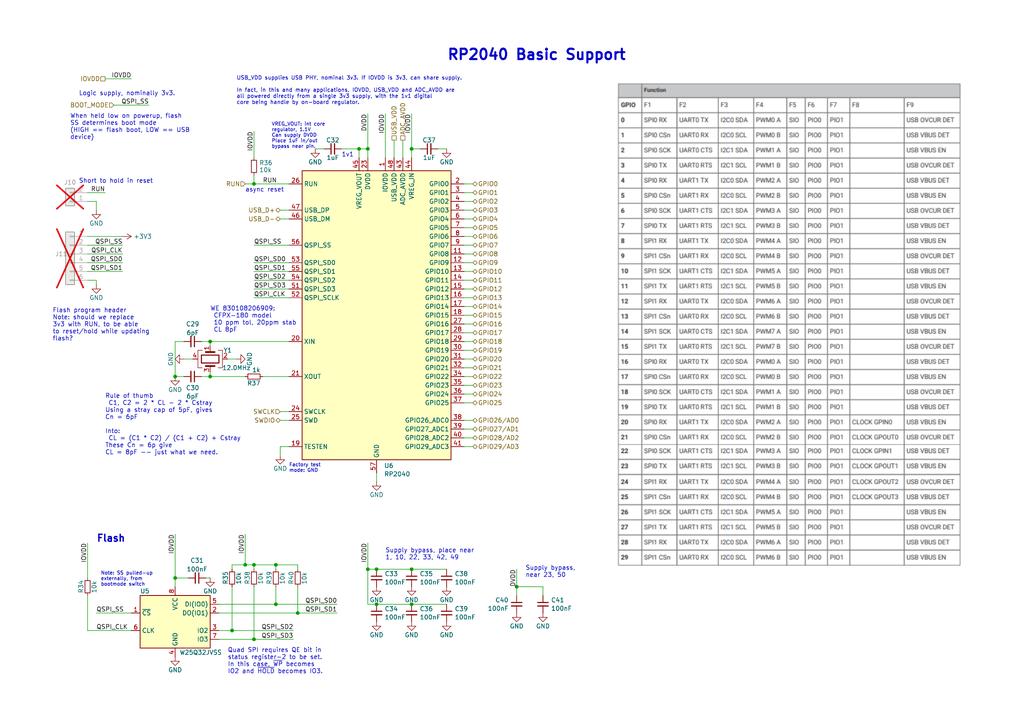
<source format=kicad_sch>
(kicad_sch (version 20250114) (generator "eeschema") (generator_version "9.0")
  (paper "A4")
  (title_block (title "RP2040 Basic Support") (date "2023-11-22") (rev "1.0.3") (company "Psychogenic Technologies") (comment 1 "See LICENSE.txt for details") (comment 2 "Licensed under Apache 2.0") (comment 3 "(C) 2023 Pat Deegan"))
  (lib_symbols
    (symbol "TinyTapeout:+3V3" (power) (pin_names (offset 0))
      (property "Value" "+3V3" (at 0 3.556 0))
      (symbol "+3V3_0_1"
        (polyline (pts (xy -0.762 1.27) (xy 0 2.54)))
        (polyline (pts (xy 0 2.54) (xy 0.762 1.27)))
        (polyline (pts (xy 0 0) (xy 0 2.54)))
      )
      (symbol "+3V3_1_1"
        (pin power_in line (at 0 0 90) (length 0) (hide yes) (name "+3V3") (number "1"))
      )
    )
    (symbol "TinyTapeout:C_Small" (pin_numbers (hide yes)) (pin_names (offset 0.254) (hide yes))
      (property "Reference" "C" (at 0.254 1.778 0))
      (property "Value" "C_Small" (at 0.254 -2.032 0))
      (symbol "C_Small_0_1"
        (polyline (pts (xy -1.524 0.508) (xy 1.524 0.508)) (stroke (width 0.3048)))
        (polyline (pts (xy -1.524 -0.508) (xy 1.524 -0.508)) (stroke (width 0.3302)))
      )
      (symbol "C_Small_1_1"
        (pin passive line (at 0 2.54 270) (length 2.032) (name "~") (number "1"))
        (pin passive line (at 0 -2.54 90) (length 2.032) (name "~") (number "2"))
      )
    )
    (symbol "TinyTapeout:Conn_01x02" (pin_names (offset 1.016) (hide yes))
      (property "Reference" "J" (at 0 2.54 0))
      (property "Value" "Conn_01x02" (at 0 -5.08 0))
      (symbol "Conn_01x02_1_1"
        (rectangle (start -1.27 1.27) (end 1.27 -3.81) (stroke (width 0.254)) (fill (type background)))
        (rectangle (start -1.27 0.127) (end 0 -0.127) (stroke (width 0.1524)))
        (rectangle (start -1.27 -2.413) (end 0 -2.667) (stroke (width 0.1524)))
        (pin passive line (at -5.08 0 0) (length 3.81) (name "Pin_1") (number "1"))
        (pin passive line (at -5.08 -2.54 0) (length 3.81) (name "Pin_2") (number "2"))
      )
    )
    (symbol "TinyTapeout:Conn_01x06" (pin_names (offset 1.016) (hide yes))
      (property "Reference" "J" (at 0 7.62 0))
      (property "Value" "Conn_01x06" (at 0 -10.16 0))
      (symbol "Conn_01x06_1_1"
        (rectangle (start -1.27 6.35) (end 1.27 -8.89) (stroke (width 0.254)) (fill (type background)))
        (rectangle (start -1.27 5.207) (end 0 4.953) (stroke (width 0.1524)))
        (rectangle (start -1.27 2.667) (end 0 2.413) (stroke (width 0.1524)))
        (rectangle (start -1.27 0.127) (end 0 -0.127) (stroke (width 0.1524)))
        (rectangle (start -1.27 -2.413) (end 0 -2.667) (stroke (width 0.1524)))
        (rectangle (start -1.27 -4.953) (end 0 -5.207) (stroke (width 0.1524)))
        (rectangle (start -1.27 -7.493) (end 0 -7.747) (stroke (width 0.1524)))
        (pin passive line (at -5.08 5.08 0) (length 3.81) (name "Pin_1") (number "1"))
        (pin passive line (at -5.08 2.54 0) (length 3.81) (name "Pin_2") (number "2"))
        (pin passive line (at -5.08 0 0) (length 3.81) (name "Pin_3") (number "3"))
        (pin passive line (at -5.08 -2.54 0) (length 3.81) (name "Pin_4") (number "4"))
        (pin passive line (at -5.08 -5.08 0) (length 3.81) (name "Pin_5") (number "5"))
        (pin passive line (at -5.08 -7.62 0) (length 3.81) (name "Pin_6") (number "6"))
      )
    )
    (symbol "TinyTapeout:Crystal_GND24" (pin_names (offset 1.016) (hide yes))
      (property "Reference" "Y" (at 3.175 5.08 0))
      (property "Value" "Crystal_GND24" (at 3.175 3.175 0))
      (symbol "Crystal_GND24_0_1"
        (polyline (pts (xy -2.54 2.286) (xy -2.54 3.556) (xy 2.54 3.556) (xy 2.54 2.286)))
        (polyline (pts (xy -2.54 0) (xy -2.032 0)))
        (polyline (pts (xy -2.54 -2.286) (xy -2.54 -3.556) (xy 2.54 -3.556) (xy 2.54 -2.286)))
        (polyline (pts (xy -2.032 -1.27) (xy -2.032 1.27)) (stroke (width 0.508)))
        (rectangle (start -1.143 2.54) (end 1.143 -2.54) (stroke (width 0.3048)))
        (polyline (pts (xy 0 3.556) (xy 0 3.81)))
        (polyline (pts (xy 0 -3.81) (xy 0 -3.556)))
        (polyline (pts (xy 2.032 0) (xy 2.54 0)))
        (polyline (pts (xy 2.032 -1.27) (xy 2.032 1.27)) (stroke (width 0.508)))
      )
      (symbol "Crystal_GND24_1_1"
        (pin passive line (at -3.81 0 0) (length 1.27) (name "1") (number "1"))
        (pin passive line (at 0 5.08 270) (length 1.27) (name "2") (number "2"))
        (pin passive line (at 0 -5.08 90) (length 1.27) (name "4") (number "4"))
        (pin passive line (at 3.81 0 180) (length 1.27) (name "3") (number "3"))
      )
    )
    (symbol "TinyTapeout:GND" (power) (pin_names (offset 0))
      (property "Value" "GND" (at 0 -3.81 0))
      (symbol "GND_0_1"
        (polyline (pts (xy 0 0) (xy 0 -1.27) (xy 1.27 -1.27) (xy 0 -2.54) (xy -1.27 -1.27) (xy 0 -1.27)))
      )
      (symbol "GND_1_1"
        (pin power_in line (at 0 0 270) (length 0) (hide yes) (name "GND") (number "1"))
      )
    )
    (symbol "TinyTapeout:RP2040"
      (property "Reference" "U" (at 17.78 45.72 0))
      (property "Value" "RP2040" (at 17.78 43.18 0))
      (symbol "RP2040_0_1"
        (rectangle (start -21.59 41.91) (end 21.59 -41.91) (stroke (width 0.254)) (fill (type background)))
      )
      (symbol "RP2040_1_1"
        (pin input line (at -25.4 38.1 0) (length 3.81) (name "RUN") (number "26"))
        (pin bidirectional line (at -25.4 30.48 0) (length 3.81) (name "USB_DP") (number "47"))
        (pin bidirectional line (at -25.4 27.94 0) (length 3.81) (name "USB_DM") (number "46"))
        (pin bidirectional line (at -25.4 20.32 0) (length 3.81) (name "QSPI_SS") (number "56"))
        (pin bidirectional line (at -25.4 15.24 0) (length 3.81) (name "QSPI_SD0") (number "53"))
        (pin bidirectional line (at -25.4 12.7 0) (length 3.81) (name "QSPI_SD1") (number "55"))
        (pin bidirectional line (at -25.4 10.16 0) (length 3.81) (name "QSPI_SD2") (number "54"))
        (pin bidirectional line (at -25.4 7.62 0) (length 3.81) (name "QSPI_SD3") (number "51"))
        (pin output line (at -25.4 5.08 0) (length 3.81) (name "QSPI_SCLK") (number "52"))
        (pin input line (at -25.4 -7.62 0) (length 3.81) (name "XIN") (number "20"))
        (pin passive line (at -25.4 -17.78 0) (length 3.81) (name "XOUT") (number "21"))
        (pin input line (at -25.4 -27.94 0) (length 3.81) (name "SWCLK") (number "24"))
        (pin bidirectional line (at -25.4 -30.48 0) (length 3.81) (name "SWD") (number "25"))
        (pin input line (at -25.4 -38.1 0) (length 3.81) (name "TESTEN") (number "19"))
        (pin power_out line (at -5.08 45.72 270) (length 3.81) (name "VREG_VOUT") (number "45"))
        (pin power_in line (at -2.54 45.72 270) (length 3.81) (name "DVDD") (number "23"))
        (pin passive line (at -2.54 45.72 270) (length 3.81) (hide yes) (name "DVDD") (number "50"))
        (pin power_in line (at 0 -45.72 90) (length 3.81) (name "GND") (number "57"))
        (pin power_in line (at 2.54 45.72 270) (length 3.81) (name "IOVDD") (number "1"))
        (pin passive line (at 2.54 45.72 270) (length 3.81) (hide yes) (name "IOVDD") (number "10"))
        (pin passive line (at 2.54 45.72 270) (length 3.81) (hide yes) (name "IOVDD") (number "22"))
        (pin passive line (at 2.54 45.72 270) (length 3.81) (hide yes) (name "IOVDD") (number "33"))
        (pin passive line (at 2.54 45.72 270) (length 3.81) (hide yes) (name "IOVDD") (number "42"))
        (pin passive line (at 2.54 45.72 270) (length 3.81) (hide yes) (name "IOVDD") (number "49"))
        (pin power_in line (at 5.08 45.72 270) (length 3.81) (name "USB_VDD") (number "48"))
        (pin power_in line (at 7.62 45.72 270) (length 3.81) (name "ADC_AVDD") (number "43"))
        (pin power_in line (at 10.16 45.72 270) (length 3.81) (name "VREG_IN") (number "44"))
        (pin bidirectional line (at 25.4 38.1 180) (length 3.81) (name "GPIO0") (number "2"))
        (pin bidirectional line (at 25.4 35.56 180) (length 3.81) (name "GPIO1") (number "3"))
        (pin bidirectional line (at 25.4 33.02 180) (length 3.81) (name "GPIO2") (number "4"))
        (pin bidirectional line (at 25.4 30.48 180) (length 3.81) (name "GPIO3") (number "5"))
        (pin bidirectional line (at 25.4 27.94 180) (length 3.81) (name "GPIO4") (number "6"))
        (pin bidirectional line (at 25.4 25.4 180) (length 3.81) (name "GPIO5") (number "7"))
        (pin bidirectional line (at 25.4 22.86 180) (length 3.81) (name "GPIO6") (number "8"))
        (pin bidirectional line (at 25.4 20.32 180) (length 3.81) (name "GPIO7") (number "9"))
        (pin bidirectional line (at 25.4 17.78 180) (length 3.81) (name "GPIO8") (number "11"))
        (pin bidirectional line (at 25.4 15.24 180) (length 3.81) (name "GPIO9") (number "12"))
        (pin bidirectional line (at 25.4 12.7 180) (length 3.81) (name "GPIO10") (number "13"))
        (pin bidirectional line (at 25.4 10.16 180) (length 3.81) (name "GPIO11") (number "14"))
        (pin bidirectional line (at 25.4 7.62 180) (length 3.81) (name "GPIO12") (number "15"))
        (pin bidirectional line (at 25.4 5.08 180) (length 3.81) (name "GPIO13") (number "16"))
        (pin bidirectional line (at 25.4 2.54 180) (length 3.81) (name "GPIO14") (number "17"))
        (pin bidirectional line (at 25.4 0 180) (length 3.81) (name "GPIO15") (number "18"))
        (pin bidirectional line (at 25.4 -2.54 180) (length 3.81) (name "GPIO16") (number "27"))
        (pin bidirectional line (at 25.4 -5.08 180) (length 3.81) (name "GPIO17") (number "28"))
        (pin bidirectional line (at 25.4 -7.62 180) (length 3.81) (name "GPIO18") (number "29"))
        (pin bidirectional line (at 25.4 -10.16 180) (length 3.81) (name "GPIO19") (number "30"))
        (pin bidirectional line (at 25.4 -12.7 180) (length 3.81) (name "GPIO20") (number "31"))
        (pin bidirectional line (at 25.4 -15.24 180) (length 3.81) (name "GPIO21") (number "32"))
        (pin bidirectional line (at 25.4 -17.78 180) (length 3.81) (name "GPIO22") (number "34"))
        (pin bidirectional line (at 25.4 -20.32 180) (length 3.81) (name "GPIO23") (number "35"))
        (pin bidirectional line (at 25.4 -22.86 180) (length 3.81) (name "GPIO24") (number "36"))
        (pin bidirectional line (at 25.4 -25.4 180) (length 3.81) (name "GPIO25") (number "37"))
        (pin bidirectional line (at 25.4 -30.48 180) (length 3.81) (name "GPIO26_ADC0") (number "38"))
        (pin bidirectional line (at 25.4 -33.02 180) (length 3.81) (name "GPIO27_ADC1") (number "39"))
        (pin bidirectional line (at 25.4 -35.56 180) (length 3.81) (name "GPIO28_ADC2") (number "40"))
        (pin bidirectional line (at 25.4 -38.1 180) (length 3.81) (name "GPIO29_ADC3") (number "41"))
      )
    )
    (symbol "TinyTapeout:R_Small" (pin_numbers (hide yes)) (pin_names (offset 0.254) (hide yes))
      (property "Reference" "R" (at 0.762 0.508 0))
      (property "Value" "R_Small" (at 0.762 -1.016 0))
      (symbol "R_Small_0_1"
        (rectangle (start -0.762 1.778) (end 0.762 -1.778) (stroke (width 0.2032)))
      )
      (symbol "R_Small_1_1"
        (pin passive line (at 0 2.54 270) (length 0.762) (name "~") (number "1"))
        (pin passive line (at 0 -2.54 90) (length 0.762) (name "~") (number "2"))
      )
    )
    (symbol "TinyTapeout:W25Q32JVSS"
      (property "Reference" "U" (at -8.89 8.89 0))
      (property "Value" "W25Q32JVSS" (at 7.62 8.89 0))
      (symbol "W25Q32JVSS_0_1"
        (rectangle (start -10.16 7.62) (end 10.16 -7.62) (stroke (width 0.254)) (fill (type background)))
      )
      (symbol "W25Q32JVSS_1_1"
        (pin input line (at -12.7 2.54 0) (length 2.54) (name "~{CS}") (number "1"))
        (pin input line (at -12.7 -2.54 0) (length 2.54) (name "CLK") (number "6"))
        (pin power_in line (at 0 10.16 270) (length 2.54) (name "VCC") (number "8"))
        (pin power_in line (at 0 -10.16 90) (length 2.54) (name "GND") (number "4"))
        (pin bidirectional line (at 12.7 5.08 180) (length 2.54) (name "DI(IO0)") (number "5"))
        (pin bidirectional line (at 12.7 2.54 180) (length 2.54) (name "DO(IO1)") (number "2"))
        (pin bidirectional line (at 12.7 -2.54 180) (length 2.54) (name "IO2") (number "3"))
        (pin bidirectional line (at 12.7 -5.08 180) (length 2.54) (name "IO3") (number "7"))
      )
    )
  )
  (text "async reset" (at 71.12 55.88 0) (effects (font (size 1.27 1.27)) (justify left bottom)))
  (text "RP2040 Basic Support" (at 129.54 17.78 0) (effects (font (size 3 3) (thickness 0.6) (bold yes)) (justify left bottom)))
  (text "Flash" (at 27.94 157.48 0) (effects (font (size 2 2) (thickness 0.4) (bold yes)) (justify left bottom)))
  (text "Short to hold in reset" (at 22.86 53.34 0) (effects (font (size 1.27 1.27)) (justify left bottom)))
  (text "VREG_VOUT: int core\nregulator, 1.1V\nCan supply DVDD\nPlace 1uF in/out \nbypass near pin." (at 78.74 43.18 0) (effects (font (size 1 1)) (justify left bottom)))
  (text "When held low on powerup, flash\nSS determines boot mode \n(HIGH == flash boot, LOW == USB \ndevice)" (at 20.32 40.64 0) (effects (font (size 1.27 1.27)) (justify left bottom)))
  (text "WE 830108206909:\n CFPX-180 model\n 10 ppm tol, 20ppm stab\n CL 8pF" (at 60.96 96.52 0) (effects (font (size 1.27 1.27)) (justify left bottom)))
  (text "1v1" (at 99.06 45.72 0) (effects (font (size 1.27 1.27)) (justify left bottom)))
  (text "USB_VDD supplies USB PHY, nominal 3v3. If IOVDD is 3v3, can share supply.\n\nIn fact, in this and many applications, IOVDD, USB_VDD and ADC_AVDD are\nall powered directly from a single 3v3 supply, with the 1v1 digital \ncore being handle by on-board regulator." (at 68.58 30.48 0) (effects (font (size 1.1 1.1)) (justify left bottom)))
  (text "Flash program header\nNote: should we replace\n3v3 with RUN, to be able\nto reset/hold while updating\nflash?" (at 15.24 99.06 0) (effects (font (size 1.27 1.27)) (justify left bottom)))
  (text "Supply bypass, place near\n1, 10, 22, 33, 42, 49" (at 111.76 162.56 0) (effects (font (size 1.27 1.27)) (justify left bottom)))
  (text "Quad SPI requires QE bit in \nstatus register-2 to be set.\nIn this case, ~{WP} becomes \nIO2 and ~{HOLD} becomes IO3." (at 66.04 195.58 0) (effects (font (size 1.27 1.27)) (justify left bottom)))
  (text "Factory test\nmode: GND" (at 83.82 137.16 0) (effects (font (size 1 1)) (justify left bottom)))
  (text "Rule of thumb\n C1, C2 = 2 * CL - 2 * Cstray\nUsing a stray cap of 5pF, gives\nCn = 6pF\n\nInto:\n CL = (C1 * C2) / (C1 + C2) + Cstray\nThese Cn = 6p give\nCL = 8pF -- just what we need." (at 30.48 132.08 0) (effects (font (size 1.27 1.27)) (justify left bottom)))
  (text "Logic supply, nominally 3v3." (at 22.86 27.94 0) (effects (font (size 1.27 1.27)) (justify left bottom)))
  (text "Supply bypass,\nnear 23, 50" (at 152.4 167.64 0) (effects (font (size 1.27 1.27)) (justify left bottom)))
  (text "Note: SS pulled-up\nexternally, from \nbootmode switch" (at 29.21 170.18 0) (effects (font (size 1 1)) (justify left bottom)))
  (junction (at 73.66 185.42))
  (junction (at 106.68 43.18))
  (junction (at 67.31 182.88))
  (junction (at 149.86 170.18))
  (junction (at 80.01 175.26))
  (junction (at 119.38 175.26))
  (junction (at 119.38 43.18))
  (junction (at 119.38 165.1))
  (junction (at 60.96 109.22))
  (junction (at 104.14 43.18))
  (junction (at 60.96 99.06))
  (junction (at 50.8 167.64))
  (junction (at 106.68 165.1))
  (junction (at 73.66 53.34))
  (junction (at 80.01 163.83))
  (junction (at 73.66 163.83))
  (junction (at 109.22 165.1))
  (junction (at 109.22 175.26))
  (junction (at 86.36 177.8))
  (junction (at 71.12 163.83))
  (junction (at 50.8 109.22))
  (wire (pts (xy 81.28 119.38) (xy 83.82 119.38)))
  (wire (pts (xy 73.66 86.36) (xy 83.82 86.36)))
  (wire (pts (xy 33.02 30.48) (xy 43.18 30.48)))
  (wire (pts (xy 58.42 109.22) (xy 60.96 109.22)))
  (wire (pts (xy 111.76 33.02) (xy 111.76 45.72)))
  (wire (pts (xy 30.48 22.86) (xy 38.1 22.86)))
  (wire (pts (xy 137.16 116.84) (xy 134.62 116.84)))
  (wire (pts (xy 60.96 99.06) (xy 83.82 99.06)))
  (wire (pts (xy 50.8 167.64) (xy 50.8 170.18)))
  (wire (pts (xy 73.66 78.74) (xy 83.82 78.74)))
  (wire (pts (xy 25.4 73.66) (xy 35.56 73.66)))
  (wire (pts (xy 25.4 55.88) (xy 30.48 55.88)))
  (wire (pts (xy 83.82 109.22) (xy 76.2 109.22)))
  (wire (pts (xy 149.86 170.18) (xy 149.86 172.72)))
  (wire (pts (xy 137.16 96.52) (xy 134.62 96.52)))
  (wire (pts (xy 137.16 81.28) (xy 134.62 81.28)))
  (wire (pts (xy 137.16 99.06) (xy 134.62 99.06)))
  (wire (pts (xy 53.34 104.14) (xy 55.88 104.14)))
  (wire (pts (xy 104.14 43.18) (xy 106.68 43.18)))
  (wire (pts (xy 60.96 100.33) (xy 60.96 99.06)))
  (wire (pts (xy 50.8 99.06) (xy 50.8 109.22)))
  (wire (pts (xy 25.4 68.58) (xy 35.56 68.58)))
  (wire (pts (xy 119.38 43.18) (xy 121.92 43.18)))
  (wire (pts (xy 73.66 81.28) (xy 83.82 81.28)))
  (wire (pts (xy 137.16 104.14) (xy 134.62 104.14)))
  (wire (pts (xy 83.82 129.54) (xy 81.28 129.54)))
  (wire (pts (xy 80.01 170.18) (xy 80.01 175.26)))
  (wire (pts (xy 25.4 172.72) (xy 25.4 182.88)))
  (wire (pts (xy 25.4 78.74) (xy 35.56 78.74)))
  (wire (pts (xy 25.4 71.12) (xy 35.56 71.12)))
  (wire (pts (xy 53.34 99.06) (xy 50.8 99.06)))
  (wire (pts (xy 106.68 157.48) (xy 106.68 165.1)))
  (wire (pts (xy 80.01 163.83) (xy 86.36 163.83)))
  (wire (pts (xy 137.16 127) (xy 134.62 127)))
  (wire (pts (xy 137.16 63.5) (xy 134.62 63.5)))
  (wire (pts (xy 59.69 167.64) (xy 60.96 167.64)))
  (wire (pts (xy 119.38 175.26) (xy 129.54 175.26)))
  (wire (pts (xy 86.36 163.83) (xy 86.36 165.1)))
  (wire (pts (xy 137.16 129.54) (xy 134.62 129.54)))
  (wire (pts (xy 73.66 71.12) (xy 83.82 71.12)))
  (wire (pts (xy 25.4 81.28) (xy 27.94 81.28)))
  (wire (pts (xy 63.5 182.88) (xy 67.31 182.88)))
  (wire (pts (xy 73.66 163.83) (xy 73.66 165.1)))
  (wire (pts (xy 27.94 82.55) (xy 27.94 81.28)))
  (wire (pts (xy 137.16 66.04) (xy 134.62 66.04)))
  (wire (pts (xy 137.16 91.44) (xy 134.62 91.44)))
  (wire (pts (xy 149.86 170.18) (xy 157.48 170.18)))
  (wire (pts (xy 137.16 73.66) (xy 134.62 73.66)))
  (wire (pts (xy 137.16 93.98) (xy 134.62 93.98)))
  (wire (pts (xy 116.84 40.64) (xy 116.84 45.72)))
  (wire (pts (xy 80.01 163.83) (xy 80.01 165.1)))
  (wire (pts (xy 106.68 175.26) (xy 109.22 175.26)))
  (wire (pts (xy 104.14 43.18) (xy 99.06 43.18)))
  (wire (pts (xy 80.01 175.26) (xy 97.79 175.26)))
  (wire (pts (xy 73.66 76.2) (xy 83.82 76.2)))
  (wire (pts (xy 63.5 185.42) (xy 73.66 185.42)))
  (wire (pts (xy 67.31 182.88) (xy 67.31 170.18)))
  (wire (pts (xy 71.12 53.34) (xy 73.66 53.34)))
  (wire (pts (xy 73.66 163.83) (xy 80.01 163.83)))
  (wire (pts (xy 137.16 109.22) (xy 134.62 109.22)))
  (wire (pts (xy 81.28 63.5) (xy 83.82 63.5)))
  (wire (pts (xy 25.4 182.88) (xy 38.1 182.88)))
  (wire (pts (xy 119.38 33.02) (xy 119.38 43.18)))
  (wire (pts (xy 73.66 50.8) (xy 73.66 53.34)))
  (wire (pts (xy 25.4 58.42) (xy 27.94 58.42)))
  (wire (pts (xy 81.28 121.92) (xy 83.82 121.92)))
  (wire (pts (xy 71.12 154.94) (xy 71.12 163.83)))
  (wire (pts (xy 25.4 76.2) (xy 35.56 76.2)))
  (wire (pts (xy 137.16 71.12) (xy 134.62 71.12)))
  (wire (pts (xy 137.16 55.88) (xy 134.62 55.88)))
  (wire (pts (xy 137.16 83.82) (xy 134.62 83.82)))
  (wire (pts (xy 104.14 45.72) (xy 104.14 43.18)))
  (wire (pts (xy 137.16 60.96) (xy 134.62 60.96)))
  (wire (pts (xy 27.94 177.8) (xy 38.1 177.8)))
  (wire (pts (xy 106.68 43.18) (xy 106.68 45.72)))
  (wire (pts (xy 106.68 33.02) (xy 106.68 43.18)))
  (wire (pts (xy 86.36 177.8) (xy 97.79 177.8)))
  (wire (pts (xy 73.66 83.82) (xy 83.82 83.82)))
  (wire (pts (xy 109.22 175.26) (xy 119.38 175.26)))
  (wire (pts (xy 86.36 170.18) (xy 86.36 177.8)))
  (wire (pts (xy 137.16 124.46) (xy 134.62 124.46)))
  (wire (pts (xy 58.42 99.06) (xy 60.96 99.06)))
  (wire (pts (xy 73.66 38.1) (xy 73.66 45.72)))
  (wire (pts (xy 27.94 58.42) (xy 27.94 60.96)))
  (wire (pts (xy 137.16 78.74) (xy 134.62 78.74)))
  (wire (pts (xy 50.8 167.64) (xy 54.61 167.64)))
  (wire (pts (xy 67.31 165.1) (xy 67.31 163.83)))
  (wire (pts (xy 137.16 53.34) (xy 134.62 53.34)))
  (wire (pts (xy 50.8 109.22) (xy 53.34 109.22)))
  (wire (pts (xy 73.66 53.34) (xy 83.82 53.34)))
  (wire (pts (xy 109.22 165.1) (xy 119.38 165.1)))
  (wire (pts (xy 67.31 163.83) (xy 71.12 163.83)))
  (wire (pts (xy 157.48 170.18) (xy 157.48 172.72)))
  (wire (pts (xy 137.16 88.9) (xy 134.62 88.9)))
  (wire (pts (xy 71.12 163.83) (xy 73.66 163.83)))
  (wire (pts (xy 63.5 175.26) (xy 80.01 175.26)))
  (wire (pts (xy 137.16 121.92) (xy 134.62 121.92)))
  (wire (pts (xy 137.16 111.76) (xy 134.62 111.76)))
  (wire (pts (xy 81.28 129.54) (xy 81.28 132.08)))
  (wire (pts (xy 73.66 185.42) (xy 85.09 185.42)))
  (wire (pts (xy 119.38 43.18) (xy 119.38 45.72)))
  (wire (pts (xy 137.16 68.58) (xy 134.62 68.58)))
  (wire (pts (xy 114.3 40.64) (xy 114.3 45.72)))
  (wire (pts (xy 119.38 165.1) (xy 129.54 165.1)))
  (wire (pts (xy 63.5 177.8) (xy 86.36 177.8)))
  (wire (pts (xy 25.4 157.48) (xy 25.4 167.64)))
  (wire (pts (xy 67.31 182.88) (xy 85.09 182.88)))
  (wire (pts (xy 91.44 43.18) (xy 93.98 43.18)))
  (wire (pts (xy 127 43.18) (xy 129.54 43.18)))
  (wire (pts (xy 137.16 58.42) (xy 134.62 58.42)))
  (wire (pts (xy 106.68 165.1) (xy 106.68 175.26)))
  (wire (pts (xy 50.8 154.94) (xy 50.8 167.64)))
  (wire (pts (xy 71.12 109.22) (xy 60.96 109.22)))
  (wire (pts (xy 106.68 165.1) (xy 109.22 165.1)))
  (wire (pts (xy 109.22 137.16) (xy 109.22 139.7)))
  (wire (pts (xy 149.86 165.1) (xy 149.86 170.18)))
  (wire (pts (xy 137.16 86.36) (xy 134.62 86.36)))
  (wire (pts (xy 137.16 76.2) (xy 134.62 76.2)))
  (wire (pts (xy 137.16 114.3) (xy 134.62 114.3)))
  (wire (pts (xy 137.16 106.68) (xy 134.62 106.68)))
  (wire (pts (xy 73.66 170.18) (xy 73.66 185.42)))
  (wire (pts (xy 66.04 104.14) (xy 68.58 104.14)))
  (wire (pts (xy 81.28 60.96) (xy 83.82 60.96)))
  (wire (pts (xy 60.96 109.22) (xy 60.96 107.95)))
  (wire (pts (xy 137.16 101.6) (xy 134.62 101.6)))
  (image (at 228.6 93.98) (scale 0.556668))
  (label "QSPI_SS" (at 35.56 71.12 180))
  (label "QSPI_SD2" (at 85.09 182.88 180))
  (label "QSPI_SD1" (at 97.79 177.8 180))
  (label "RUN" (at 30.48 55.88 180))
  (label "RUN" (at 76.2 53.34 0))
  (label "DVDD" (at 106.68 33.02 270))
  (label "DVDD" (at 149.86 165.1 270))
  (label "IOVDD" (at 73.66 38.1 270))
  (label "QSPI_CLK" (at 27.94 182.88 0))
  (label "IOVDD" (at 119.38 33.02 270))
  (label "QSPI_SD1" (at 73.66 78.74 0))
  (label "QSPI_SD0" (at 73.66 76.2 0))
  (label "IOVDD" (at 38.1 22.86 180))
  (label "QSPI_SD0" (at 97.79 175.26 180))
  (label "QSPI_SD3" (at 73.66 83.82 0))
  (label "QSPI_SD2" (at 73.66 81.28 0))
  (label "IOVDD" (at 106.68 157.48 270))
  (label "QSPI_SS" (at 43.18 30.48 180))
  (label "QSPI_SD1" (at 35.56 78.74 180))
  (label "QSPI_CLK" (at 73.66 86.36 0))
  (label "QSPI_SD0" (at 35.56 76.2 180))
  (label "IOVDD" (at 71.12 154.94 270))
  (label "QSPI_SS" (at 27.94 177.8 0))
  (label "QSPI_SS" (at 73.66 71.12 0))
  (label "IOVDD" (at 111.76 33.02 270))
  (label "IOVDD" (at 25.4 157.48 270))
  (label "QSPI_CLK" (at 35.56 73.66 180))
  (label "IOVDD" (at 50.8 154.94 270))
  (label "QSPI_SD3" (at 85.09 185.42 180))
  (hierarchical_label "GPIO26{slash}AD0" (shape bidirectional) (at 137.16 121.92 0))
  (hierarchical_label "GPIO0" (shape bidirectional) (at 137.16 53.34 0))
  (hierarchical_label "GPIO4" (shape bidirectional) (at 137.16 63.5 0))
  (hierarchical_label "GPIO25" (shape bidirectional) (at 137.16 116.84 0))
  (hierarchical_label "BOOT_MODE" (shape input) (at 33.02 30.48 180))
  (hierarchical_label "GPIO15" (shape bidirectional) (at 137.16 91.44 0))
  (hierarchical_label "ADC_AVDD" (shape passive) (at 116.84 40.64 90))
  (hierarchical_label "GPIO10" (shape bidirectional) (at 137.16 78.74 0))
  (hierarchical_label "GPIO13" (shape bidirectional) (at 137.16 86.36 0))
  (hierarchical_label "GPIO14" (shape bidirectional) (at 137.16 88.9 0))
  (hierarchical_label "GPIO18" (shape bidirectional) (at 137.16 99.06 0))
  (hierarchical_label "GPIO24" (shape bidirectional) (at 137.16 114.3 0))
  (hierarchical_label "SWDIO" (shape bidirectional) (at 81.28 121.92 180))
  (hierarchical_label "USB_D+" (shape bidirectional) (at 81.28 60.96 180))
  (hierarchical_label "GPIO16" (shape bidirectional) (at 137.16 93.98 0))
  (hierarchical_label "SWCLK" (shape input) (at 81.28 119.38 180))
  (hierarchical_label "GPIO27{slash}AD1" (shape bidirectional) (at 137.16 124.46 0))
  (hierarchical_label "GPIO5" (shape bidirectional) (at 137.16 66.04 0))
  (hierarchical_label "GPIO28{slash}AD2" (shape bidirectional) (at 137.16 127 0))
  (hierarchical_label "USB_D-" (shape bidirectional) (at 81.28 63.5 180))
  (hierarchical_label "USB_VDD" (shape passive) (at 114.3 40.64 90))
  (hierarchical_label "GPIO6" (shape bidirectional) (at 137.16 68.58 0))
  (hierarchical_label "GPIO22" (shape bidirectional) (at 137.16 109.22 0))
  (hierarchical_label "GPIO2" (shape bidirectional) (at 137.16 58.42 0))
  (hierarchical_label "GPIO21" (shape bidirectional) (at 137.16 106.68 0))
  (hierarchical_label "GPIO29{slash}AD3" (shape bidirectional) (at 137.16 129.54 0))
  (hierarchical_label "GPIO20" (shape bidirectional) (at 137.16 104.14 0))
  (hierarchical_label "GPIO19" (shape bidirectional) (at 137.16 101.6 0))
  (hierarchical_label "IOVDD" (shape passive) (at 30.48 22.86 180))
  (hierarchical_label "GPIO23" (shape bidirectional) (at 137.16 111.76 0))
  (hierarchical_label "GPIO8" (shape bidirectional) (at 137.16 73.66 0))
  (hierarchical_label "GPIO17" (shape bidirectional) (at 137.16 96.52 0))
  (hierarchical_label "RUN" (shape input) (at 71.12 53.34 180))
  (hierarchical_label "GPIO11" (shape bidirectional) (at 137.16 81.28 0))
  (hierarchical_label "GPIO9" (shape bidirectional) (at 137.16 76.2 0))
  (hierarchical_label "GPIO1" (shape bidirectional) (at 137.16 55.88 0))
  (hierarchical_label "GPIO7" (shape bidirectional) (at 137.16 71.12 0))
  (hierarchical_label "GPIO12" (shape bidirectional) (at 137.16 83.82 0))
  (hierarchical_label "GPIO3" (shape bidirectional) (at 137.16 60.96 0))
  (symbol (lib_id "TinyTapeout:GND") (at 149.86 177.8 0) (mirror y) (unit 1)
    (property "Reference" "#PWR0108" (effects (hide yes)))
    (property "Value" "GND" (at 149.86 181.61 0))
  )
  (symbol (lib_id "TinyTapeout:GND") (at 60.96 167.64 0) (mirror y) (unit 1)
    (property "Reference" "#PWR096" (effects (hide yes)))
    (property "Value" "GND" (at 60.96 171.45 0))
  )
  (symbol (lib_id "TinyTapeout:C_Small") (at 55.88 109.22 270) (unit 1)
    (property "Reference" "C30" (at 55.8736 112.5022 90))
    (property "Value" "6pF" (at 55.8736 114.9264 90))
    (property "Footprint" "Capacitor_SMD:C_0402_1005Metric" (effects (hide yes)))
    (property "MPN" "CC0402BRNPO9BN6R0" (effects (hide yes)))
    (property "Characteristics" "6pF 10% 50V XR 0402" (effects (hide yes)))
  )
  (symbol (lib_id "TinyTapeout:GND") (at 109.22 170.18 0) (mirror y) (unit 1)
    (property "Reference" "#PWR0101" (effects (hide yes)))
    (property "Value" "GND" (at 109.22 173.99 0))
  )
  (symbol (lib_id "TinyTapeout:R_Small") (at 80.01 167.64 0) (mirror y) (unit 1)
    (property "Reference" "R39" (at 78.105 169.545 90) (effects (justify left)))
    (property "Value" "10k" (at 81.915 169.545 90) (effects (justify left)))
    (property "Footprint" "Resistor_SMD:R_0402_1005Metric" (effects (hide yes)))
    (property "MPN" "RC0402FR-0710KL" (effects (hide yes)))
    (property "Characteristics" "10k 0402" (effects (hide yes)))
    (property "MPN_ALT" "WR04X1002FTL" (effects (hide yes)))
  )
  (symbol (lib_id "TinyTapeout:C_Small") (at 119.38 177.8 0) (unit 1)
    (property "Reference" "C36" (at 121.7041 176.5942 0) (effects (justify left)))
    (property "Value" "100nF" (at 121.7041 179.0184 0) (effects (justify left)))
    (property "Footprint" "Capacitor_SMD:C_0402_1005Metric" (effects (hide yes)))
    (property "MPN" "CL05A104KA5NNNC" (effects (hide yes)))
    (property "Characteristics" "100n 10% 25V XR 0402" (effects (hide yes)))
    (property "MPN_ALT" "GRM155R71E104KE14J" (effects (hide yes)))
  )
  (symbol (lib_id "TinyTapeout:RP2040") (at 109.22 91.44 0) (unit 1)
    (property "Reference" "U6" (at 111.4141 135.0701 0) (effects (justify left)))
    (property "Value" "RP2040" (at 111.4141 137.4943 0) (effects (justify left)))
    (property "Footprint" "Package_DFN_QFN:QFN-56-1EP_7x7mm_P0.4mm_EP3.2x3.2mm" (effects (hide yes)))
    (property "Datasheet" "https://datasheets.raspberrypi.com/rp2040/rp2040-datasheet.pdf" (effects (hide yes)))
    (property "DigikeyPN" "2648-SC0914(13)CT-ND" (effects (hide yes)))
    (property "MPN" "SC0914(13)" (effects (hide yes)))
  )
  (symbol (lib_id "TinyTapeout:C_Small") (at 119.38 167.64 0) (unit 1)
    (property "Reference" "C35" (at 121.7041 166.4342 0) (effects (justify left)))
    (property "Value" "100nF" (at 121.7041 168.8584 0) (effects (justify left)))
    (property "Footprint" "Capacitor_SMD:C_0402_1005Metric" (effects (hide yes)))
    (property "MPN" "CL05A104KA5NNNC" (effects (hide yes)))
    (property "Characteristics" "100n 10% 25V XR 0402" (effects (hide yes)))
    (property "MPN_ALT" "GRM155R71E104KE14J" (effects (hide yes)))
  )
  (symbol (lib_id "TinyTapeout:GND") (at 27.94 60.96 0) (mirror y) (unit 1)
    (property "Reference" "#PWR090" (effects (hide yes)))
    (property "Value" "GND" (at 27.94 64.77 0))
  )
  (symbol (lib_id "TinyTapeout:GND") (at 157.48 177.8 0) (mirror y) (unit 1)
    (property "Reference" "#PWR0109" (effects (hide yes)))
    (property "Value" "GND" (at 157.48 181.61 0))
  )
  (symbol (lib_id "TinyTapeout:C_Small") (at 129.54 177.8 0) (unit 1)
    (property "Reference" "C39" (at 131.8641 176.5942 0) (effects (justify left)))
    (property "Value" "100nF" (at 131.8641 179.0184 0) (effects (justify left)))
    (property "Footprint" "Capacitor_SMD:C_0402_1005Metric" (effects (hide yes)))
    (property "MPN" "CL05A104KA5NNNC" (effects (hide yes)))
    (property "Characteristics" "100n 10% 25V XR 0402" (effects (hide yes)))
    (property "MPN_ALT" "GRM155R71E104KE14J" (effects (hide yes)))
  )
  (symbol (lib_id "TinyTapeout:GND") (at 129.54 43.18 0) (mirror y) (unit 1)
    (property "Reference" "#PWR0105" (effects (hide yes)))
    (property "Value" "GND" (at 129.54 46.99 0))
  )
  (symbol (lib_id "TinyTapeout:C_Small") (at 157.48 175.26 0) (unit 1)
    (property "Reference" "C41" (at 159.8041 174.0542 0) (effects (justify left)))
    (property "Value" "100nF" (at 159.8041 176.4784 0) (effects (justify left)))
    (property "Footprint" "Capacitor_SMD:C_0402_1005Metric" (effects (hide yes)))
    (property "MPN" "CL05A104KA5NNNC" (effects (hide yes)))
    (property "Characteristics" "100n 10% 25V XR 0402" (effects (hide yes)))
    (property "MPN_ALT" "GRM155R71E104KE14J" (effects (hide yes)))
  )
  (symbol (lib_id "TinyTapeout:R_Small") (at 73.66 109.22 90) (mirror x) (unit 1)
    (property "Reference" "R37" (at 75.565 111.125 90) (effects (justify left)))
    (property "Value" "1k" (at 75.565 107.315 90) (effects (justify left)))
    (property "Footprint" "Resistor_SMD:R_0402_1005Metric" (effects (hide yes)))
    (property "MPN" "CR0402-FX-1001GLF" (effects (hide yes)))
    (property "MPN_ALT" "WR04X1001FTL" (effects (hide yes)))
    (property "Characteristics" "1k 0402" (effects (hide yes)))
  )
  (symbol (lib_id "TinyTapeout:R_Small") (at 25.4 170.18 0) (mirror y) (unit 1)
    (property "Reference" "R34" (at 23.495 172.085 90) (effects (justify left)))
    (property "Value" "10k" (at 27.305 172.085 90) (effects (justify left)))
    (property "Footprint" "Resistor_SMD:R_0402_1005Metric" (effects (hide yes)))
    (property "MPN" "RC0402FR-0710KL" (effects (hide yes)))
    (property "Characteristics" "10k 0402" (effects (hide yes)))
    (property "MPN_ALT" "WR04X1002FTL" (effects (hide yes)))
  )
  (symbol (lib_id "TinyTapeout:GND") (at 50.8 109.22 0) (mirror y) (unit 1)
    (property "Reference" "#PWR093" (effects (hide yes)))
    (property "Value" "GND" (at 50.8 113.03 0))
  )
  (symbol (lib_id "TinyTapeout:Conn_01x06") (at 20.32 73.66 0) (mirror y) (unit 1) (dnp yes)
    (property "Reference" "J11" (at 17.78 73.66 0))
    (property "Value" "Conn_01x06" (effects (hide yes)))
    (property "Footprint" "Connector_PinHeader_2.54mm:PinHeader_1x06_P2.54mm_Vertical_SMD_Pin1Right" (effects (hide yes)))
    (property "Datasheet" "https://www.we-online.com/components/products/datasheet/61300611121.pdf" (effects (hide yes)))
    (property "MPN" "61300611121" (effects (hide yes)))
  )
  (symbol (lib_id "TinyTapeout:GND") (at 119.38 180.34 0) (mirror y) (unit 1)
    (property "Reference" "#PWR0104" (effects (hide yes)))
    (property "Value" "GND" (at 119.38 184.15 0))
  )
  (symbol (lib_id "TinyTapeout:GND") (at 53.34 104.14 270) (mirror x) (unit 1)
    (property "Reference" "#PWR095" (effects (hide yes)))
    (property "Value" "GND" (at 49.53 104.14 0))
  )
  (symbol (lib_id "TinyTapeout:R_Small") (at 73.66 48.26 0) (mirror y) (unit 1)
    (property "Reference" "R36" (at 75.1586 47.236 0) (effects (justify right)))
    (property "Value" "10k" (at 75.1586 49.284 0) (effects (justify right)))
    (property "Footprint" "Resistor_SMD:R_0402_1005Metric" (effects (hide yes)))
    (property "MPN" "RC0402FR-0710KL" (effects (hide yes)))
    (property "Characteristics" "10k 0402" (effects (hide yes)))
    (property "MPN_ALT" "WR04X1002FTL" (effects (hide yes)))
  )
  (symbol (lib_id "TinyTapeout:C_Small") (at 129.54 167.64 0) (unit 1)
    (property "Reference" "C38" (at 131.8641 166.4342 0) (effects (justify left)))
    (property "Value" "100nF" (at 131.8641 168.8584 0) (effects (justify left)))
    (property "Footprint" "Capacitor_SMD:C_0402_1005Metric" (effects (hide yes)))
    (property "MPN" "CL05A104KA5NNNC" (effects (hide yes)))
    (property "Characteristics" "100n 10% 25V XR 0402" (effects (hide yes)))
    (property "MPN_ALT" "GRM155R71E104KE14J" (effects (hide yes)))
  )
  (symbol (lib_id "TinyTapeout:GND") (at 91.44 43.18 0) (mirror y) (unit 1)
    (property "Reference" "#PWR099" (effects (hide yes)))
    (property "Value" "GND" (at 91.44 46.99 0))
  )
  (symbol (lib_id "TinyTapeout:C_Small") (at 109.22 167.64 0) (unit 1)
    (property "Reference" "C33" (at 111.5441 166.4342 0) (effects (justify left)))
    (property "Value" "100nF" (at 111.5441 168.8584 0) (effects (justify left)))
    (property "Footprint" "Capacitor_SMD:C_0402_1005Metric" (effects (hide yes)))
    (property "MPN" "CL05A104KA5NNNC" (effects (hide yes)))
    (property "Characteristics" "100n 10% 25V XR 0402" (effects (hide yes)))
    (property "MPN_ALT" "GRM155R71E104KE14J" (effects (hide yes)))
  )
  (symbol (lib_id "TinyTapeout:Crystal_GND24") (at 60.96 104.14 270) (unit 1)
    (property "Reference" "Y1" (at 66.04 101.6 90))
    (property "Value" "12.0MHz" (at 68.58 106.68 90))
    (property "Footprint" "Crystal:Crystal_SMD_3225-4Pin_3.2x2.5mm" (effects (hide yes)))
    (property "Datasheet" "https://www.we-online.com/components/products/datasheet/830108206909.pdf" (effects (hide yes)))
    (property "Description" "12 MHz ±10ppm Crystal 8pF 120 Ohms 4-SMD, No Lead" (effects (hide yes)))
    (property "MPN" "830108206909" (effects (hide yes)))
    (property "DigikeyPN" "1923-830108206909DKR-ND" (effects (hide yes)))
  )
  (symbol (lib_id "TinyTapeout:C_Small") (at 96.52 43.18 90) (unit 1)
    (property "Reference" "C32" (at 96.52 40.64 90))
    (property "Value" "1uF" (at 96.52 45.72 90))
    (property "Footprint" "Capacitor_SMD:C_0603_1608Metric" (effects (hide yes)))
    (property "MPN" "CL10A105KA8NNNC" (effects (hide yes)))
    (property "MPN_ALT" "C0603C105K4RAC7411" (effects (hide yes)))
    (property "Characteristics" "1u 10V XR 0603" (effects (hide yes)))
  )
  (symbol (lib_id "TinyTapeout:C_Small") (at 55.88 99.06 270) (unit 1)
    (property "Reference" "C29" (at 55.88 93.98 90))
    (property "Value" "6pF" (at 55.88 96.52 90))
    (property "Footprint" "Capacitor_SMD:C_0402_1005Metric" (effects (hide yes)))
    (property "MPN" "CC0402BRNPO9BN6R0" (effects (hide yes)))
    (property "Characteristics" "6pF 10% 50V XR 0402" (effects (hide yes)))
    (property "MPN_ALT" "0402N6R0D500CT" (effects (hide yes)))
  )
  (symbol (lib_id "TinyTapeout:GND") (at 129.54 170.18 0) (mirror y) (unit 1)
    (property "Reference" "#PWR0106" (effects (hide yes)))
    (property "Value" "GND" (at 129.54 173.99 0))
  )
  (symbol (lib_id "TinyTapeout:W25Q32JVSS") (at 50.8 180.34 0) (unit 1)
    (property "Reference" "U5" (at 40.64 171.45 0) (effects (justify left)))
    (property "Value" "W25Q32JVSS" (at 52.07 189.23 0) (effects (justify left)))
    (property "Footprint" "Package_SO:SOIC-8_5.23x5.23mm_P1.27mm" (effects (hide yes)))
    (property "Datasheet" "http://www.winbond.com/resource-files/w25q32jv%20revg%2003272018%20plus.pdf" (effects (hide yes)))
    (property "MPN" "W25Q32JVSSIQ" (effects (hide yes)))
    (property "DigikeyPN" "W25Q32JVSSIQ-ND" (effects (hide yes)))
  )
  (symbol (lib_id "TinyTapeout:C_Small") (at 124.46 43.18 90) (unit 1)
    (property "Reference" "C37" (at 124.46 40.64 90))
    (property "Value" "1uF" (at 124.46 45.72 90))
    (property "Footprint" "Capacitor_SMD:C_0603_1608Metric" (effects (hide yes)))
    (property "MPN" "CL10A105KA8NNNC" (effects (hide yes)))
    (property "MPN_ALT" "C0603C105K4RAC7411" (effects (hide yes)))
    (property "Characteristics" "1u 10V XR 0603" (effects (hide yes)))
  )
  (symbol (lib_id "TinyTapeout:R_Small") (at 73.66 167.64 0) (mirror y) (unit 1)
    (property "Reference" "R38" (at 71.755 169.545 90) (effects (justify left)))
    (property "Value" "10k" (at 75.565 169.545 90) (effects (justify left)))
    (property "Footprint" "Resistor_SMD:R_0402_1005Metric" (effects (hide yes)))
    (property "MPN" "RC0402FR-0710KL" (effects (hide yes)))
    (property "Characteristics" "10k 0402" (effects (hide yes)))
    (property "MPN_ALT" "WR04X1002FTL" (effects (hide yes)))
  )
  (symbol (lib_id "TinyTapeout:C_Small") (at 109.22 177.8 0) (unit 1)
    (property "Reference" "C34" (at 111.5441 176.5942 0) (effects (justify left)))
    (property "Value" "100nF" (at 111.5441 179.0184 0) (effects (justify left)))
    (property "Footprint" "Capacitor_SMD:C_0402_1005Metric" (effects (hide yes)))
    (property "MPN" "CL05A104KA5NNNC" (effects (hide yes)))
    (property "Characteristics" "100n 10% 25V XR 0402" (effects (hide yes)))
    (property "MPN_ALT" "GRM155R71E104KE14J" (effects (hide yes)))
  )
  (symbol (lib_id "TinyTapeout:+3V3") (at 35.56 68.58 270) (mirror x) (unit 1)
    (property "Reference" "#PWR092" (effects (hide yes)))
    (property "Value" "+3V3" (at 38.735 68.58 90) (effects (justify left)))
  )
  (symbol (lib_id "TinyTapeout:GND") (at 109.22 139.7 0) (mirror y) (unit 1)
    (property "Reference" "#PWR0100" (effects (hide yes)))
    (property "Value" "GND" (at 109.22 143.51 0))
  )
  (symbol (lib_id "TinyTapeout:GND") (at 81.28 132.08 0) (mirror y) (unit 1)
    (property "Reference" "#PWR098" (effects (hide yes)))
    (property "Value" "GND" (at 81.28 135.89 0))
  )
  (symbol (lib_id "TinyTapeout:Conn_01x02") (at 20.32 58.42 180) (unit 1) (dnp yes)
    (property "Reference" "J10" (at 20.32 52.8899 0))
    (property "Value" "Conn_01x02" (effects (hide yes)))
    (property "Footprint" "Connector_PinHeader_2.54mm:PinHeader_1x02_P2.54mm_Vertical" (effects (hide yes)))
  )
  (symbol (lib_id "TinyTapeout:GND") (at 109.22 180.34 0) (mirror y) (unit 1)
    (property "Reference" "#PWR0102" (effects (hide yes)))
    (property "Value" "GND" (at 109.22 184.15 0))
  )
  (symbol (lib_id "TinyTapeout:GND") (at 27.94 82.55 0) (mirror y) (unit 1)
    (property "Reference" "#PWR091" (effects (hide yes)))
    (property "Value" "GND" (at 27.94 86.36 0))
  )
  (symbol (lib_id "TinyTapeout:GND") (at 129.54 180.34 0) (mirror y) (unit 1)
    (property "Reference" "#PWR0107" (effects (hide yes)))
    (property "Value" "GND" (at 129.54 184.15 0))
  )
  (symbol (lib_id "TinyTapeout:GND") (at 50.8 190.5 0) (mirror y) (unit 1)
    (property "Reference" "#PWR094" (effects (hide yes)))
    (property "Value" "GND" (at 50.8 194.31 0))
  )
  (symbol (lib_id "TinyTapeout:R_Small") (at 86.36 167.64 0) (mirror y) (unit 1)
    (property "Reference" "R40" (at 84.455 169.545 90) (effects (justify left)))
    (property "Value" "10k" (at 88.265 169.545 90) (effects (justify left)))
    (property "Footprint" "Resistor_SMD:R_0402_1005Metric" (effects (hide yes)))
    (property "MPN" "RC0402FR-0710KL" (effects (hide yes)))
    (property "Characteristics" "10k 0402" (effects (hide yes)))
    (property "MPN_ALT" "WR04X1002FTL" (effects (hide yes)))
  )
  (symbol (lib_id "TinyTapeout:C_Small") (at 57.15 167.64 270) (unit 1)
    (property "Reference" "C31" (at 57.15 162.56 90))
    (property "Value" "100nF" (at 57.15 165.1 90))
    (property "Footprint" "Capacitor_SMD:C_0402_1005Metric" (effects (hide yes)))
    (property "MPN" "CL05A104KA5NNNC" (effects (hide yes)))
    (property "Characteristics" "100n 10% 25V XR 0402" (effects (hide yes)))
    (property "MPN_ALT" "GRM155R71E104KE14J" (effects (hide yes)))
  )
  (symbol (lib_id "TinyTapeout:GND") (at 119.38 170.18 0) (mirror y) (unit 1)
    (property "Reference" "#PWR0103" (effects (hide yes)))
    (property "Value" "GND" (at 119.38 173.99 0))
  )
  (symbol (lib_id "TinyTapeout:R_Small") (at 67.31 167.64 0) (mirror y) (unit 1)
    (property "Reference" "R35" (at 65.405 169.545 90) (effects (justify left)))
    (property "Value" "10k" (at 69.215 169.545 90) (effects (justify left)))
    (property "Footprint" "Resistor_SMD:R_0402_1005Metric" (effects (hide yes)))
    (property "MPN" "RC0402FR-0710KL" (effects (hide yes)))
    (property "Characteristics" "10k 0402" (effects (hide yes)))
    (property "MPN_ALT" "WR04X1002FTL" (effects (hide yes)))
  )
  (symbol (lib_id "TinyTapeout:C_Small") (at 149.86 175.26 0) (unit 1)
    (property "Reference" "C40" (at 147.536 174.0542 0) (effects (justify right)))
    (property "Value" "100nF" (at 147.536 176.4784 0) (effects (justify right)))
    (property "Footprint" "Capacitor_SMD:C_0402_1005Metric" (effects (hide yes)))
    (property "MPN" "CL05A104KA5NNNC" (effects (hide yes)))
    (property "Characteristics" "100n 10% 25V XR 0402" (effects (hide yes)))
    (property "MPN_ALT" "GRM155R71E104KE14J" (effects (hide yes)))
  )
  (symbol (lib_id "TinyTapeout:GND") (at 68.58 104.14 90) (mirror x) (unit 1)
    (property "Reference" "#PWR097" (effects (hide yes)))
    (property "Value" "GND" (at 72.39 104.14 0))
  )
)
</source>
